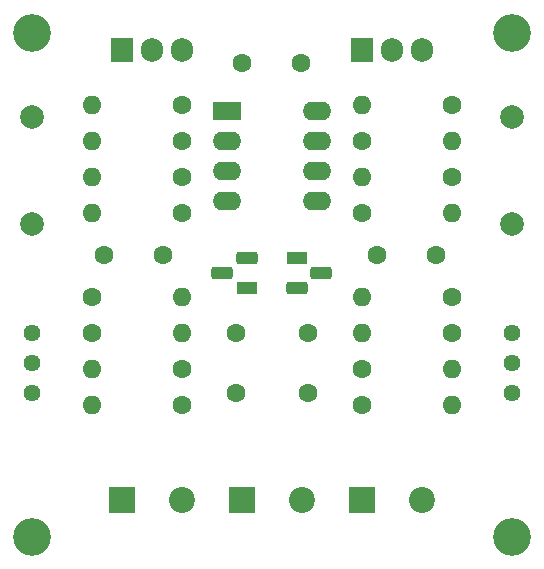
<source format=gbs>
G04 #@! TF.GenerationSoftware,KiCad,Pcbnew,6.0.7-f9a2dced07~116~ubuntu22.04.1*
G04 #@! TF.CreationDate,2022-09-20T02:39:39+03:00*
G04 #@! TF.ProjectId,double-electronic-load,646f7562-6c65-42d6-956c-656374726f6e,rev?*
G04 #@! TF.SameCoordinates,Original*
G04 #@! TF.FileFunction,Soldermask,Bot*
G04 #@! TF.FilePolarity,Negative*
%FSLAX46Y46*%
G04 Gerber Fmt 4.6, Leading zero omitted, Abs format (unit mm)*
G04 Created by KiCad (PCBNEW 6.0.7-f9a2dced07~116~ubuntu22.04.1) date 2022-09-20 02:39:39*
%MOMM*%
%LPD*%
G01*
G04 APERTURE LIST*
G04 Aperture macros list*
%AMRoundRect*
0 Rectangle with rounded corners*
0 $1 Rounding radius*
0 $2 $3 $4 $5 $6 $7 $8 $9 X,Y pos of 4 corners*
0 Add a 4 corners polygon primitive as box body*
4,1,4,$2,$3,$4,$5,$6,$7,$8,$9,$2,$3,0*
0 Add four circle primitives for the rounded corners*
1,1,$1+$1,$2,$3*
1,1,$1+$1,$4,$5*
1,1,$1+$1,$6,$7*
1,1,$1+$1,$8,$9*
0 Add four rect primitives between the rounded corners*
20,1,$1+$1,$2,$3,$4,$5,0*
20,1,$1+$1,$4,$5,$6,$7,0*
20,1,$1+$1,$6,$7,$8,$9,0*
20,1,$1+$1,$8,$9,$2,$3,0*%
G04 Aperture macros list end*
%ADD10R,1.905000X2.000000*%
%ADD11O,1.905000X2.000000*%
%ADD12C,1.600000*%
%ADD13O,1.600000X1.600000*%
%ADD14R,2.200000X2.200000*%
%ADD15C,2.200000*%
%ADD16C,3.200000*%
%ADD17C,1.440000*%
%ADD18C,2.000000*%
%ADD19R,1.800000X1.100000*%
%ADD20RoundRect,0.275000X-0.625000X0.275000X-0.625000X-0.275000X0.625000X-0.275000X0.625000X0.275000X0*%
%ADD21R,2.400000X1.600000*%
%ADD22O,2.400000X1.600000*%
%ADD23RoundRect,0.275000X0.625000X-0.275000X0.625000X0.275000X-0.625000X0.275000X-0.625000X-0.275000X0*%
G04 APERTURE END LIST*
D10*
X106680000Y-50729000D03*
D11*
X109220000Y-50729000D03*
X111760000Y-50729000D03*
D12*
X114300000Y-61468000D03*
D13*
X106680000Y-61468000D03*
D12*
X91480000Y-77724000D03*
D13*
X83860000Y-77724000D03*
D12*
X83860000Y-74676000D03*
D13*
X91480000Y-74676000D03*
D14*
X96545400Y-88823800D03*
D15*
X101625400Y-88823800D03*
D12*
X114300000Y-55372000D03*
D13*
X106680000Y-55372000D03*
D12*
X91440000Y-55372000D03*
D13*
X83820000Y-55372000D03*
D16*
X78740000Y-91948000D03*
D12*
X91440000Y-61468000D03*
D13*
X83820000Y-61468000D03*
D17*
X78740000Y-79756000D03*
X78740000Y-77216000D03*
X78740000Y-74676000D03*
D12*
X107990000Y-68072000D03*
X112990000Y-68072000D03*
X106680000Y-58420000D03*
D13*
X114300000Y-58420000D03*
D12*
X91480000Y-80772000D03*
D13*
X83860000Y-80772000D03*
D12*
X83860000Y-71628000D03*
D13*
X91480000Y-71628000D03*
D12*
X114300000Y-71628000D03*
D13*
X106680000Y-71628000D03*
D18*
X119380000Y-65460000D03*
X119380000Y-56460000D03*
D12*
X114300000Y-74676000D03*
D13*
X106680000Y-74676000D03*
D14*
X106680000Y-88823800D03*
D15*
X111760000Y-88823800D03*
D16*
X119380000Y-49276000D03*
D18*
X78740000Y-65460000D03*
X78740000Y-56460000D03*
D12*
X106680000Y-77724000D03*
D13*
X114300000Y-77724000D03*
D12*
X106680000Y-64516000D03*
D13*
X114300000Y-64516000D03*
D16*
X119380000Y-91948000D03*
X78740000Y-49276000D03*
D19*
X101188000Y-68326000D03*
D20*
X103258000Y-69596000D03*
X101188000Y-70866000D03*
D12*
X91440000Y-58420000D03*
D13*
X83820000Y-58420000D03*
D12*
X96012000Y-79756000D03*
X96012000Y-74756000D03*
X101560000Y-51816000D03*
X96560000Y-51816000D03*
X91440000Y-64516000D03*
D13*
X83820000Y-64516000D03*
D10*
X86360000Y-50729000D03*
D11*
X88900000Y-50729000D03*
X91440000Y-50729000D03*
D12*
X102108000Y-79756000D03*
X102108000Y-74756000D03*
X106680000Y-80772000D03*
D13*
X114300000Y-80772000D03*
D14*
X86360000Y-88823800D03*
D15*
X91440000Y-88823800D03*
D21*
X95235000Y-55880000D03*
D22*
X95235000Y-58420000D03*
X95235000Y-60960000D03*
X95235000Y-63500000D03*
X102855000Y-63500000D03*
X102855000Y-60960000D03*
X102855000Y-58420000D03*
X102855000Y-55880000D03*
D17*
X119380000Y-79756000D03*
X119380000Y-77216000D03*
X119380000Y-74676000D03*
D12*
X89876000Y-68072000D03*
X84876000Y-68072000D03*
D19*
X96932000Y-70866000D03*
D23*
X94862000Y-69596000D03*
X96932000Y-68326000D03*
M02*

</source>
